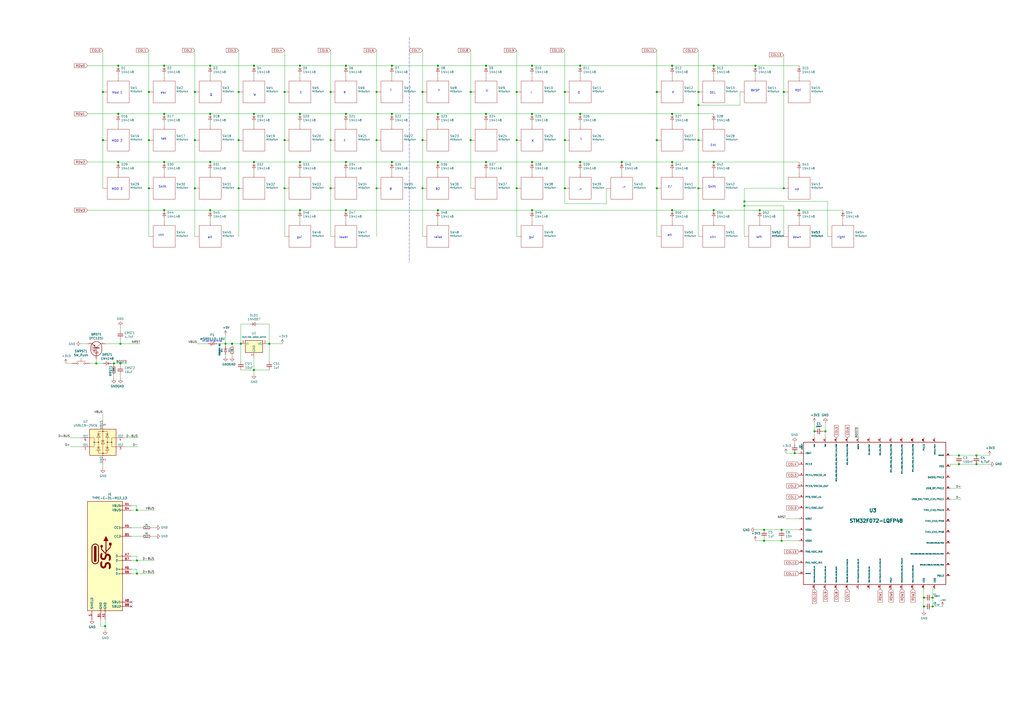
<source format=kicad_sch>
(kicad_sch (version 20210126) (generator eeschema)
  (paper "A2")
  (junction (at 55.88 210.82) (diameter 1.016))
  (junction (at 59.69 53.34) (diameter 1.016))
  (junction (at 59.69 81.28) (diameter 1.016))
  (junction (at 60.96 363.22) (diameter 1.016))
  (junction (at 66.04 210.82) (diameter 1.016))
  (junction (at 68.58 38.1) (diameter 1.016))
  (junction (at 68.58 66.04) (diameter 1.016))
  (junction (at 68.58 93.98) (diameter 1.016))
  (junction (at 69.85 199.39) (diameter 1.016))
  (junction (at 69.85 210.82) (diameter 1.016))
  (junction (at 79.375 295.91) (diameter 1.016))
  (junction (at 79.375 325.12) (diameter 1.016))
  (junction (at 79.375 332.74) (diameter 1.016))
  (junction (at 86.36 53.34) (diameter 1.016))
  (junction (at 86.36 81.28) (diameter 1.016))
  (junction (at 86.36 109.22) (diameter 1.016))
  (junction (at 95.25 38.1) (diameter 1.016))
  (junction (at 95.25 66.04) (diameter 1.016))
  (junction (at 95.25 93.98) (diameter 1.016))
  (junction (at 95.25 121.92) (diameter 1.016))
  (junction (at 113.03 53.34) (diameter 1.016))
  (junction (at 113.03 81.28) (diameter 1.016))
  (junction (at 113.03 109.22) (diameter 1.016))
  (junction (at 121.92 38.1) (diameter 1.016))
  (junction (at 121.92 66.04) (diameter 1.016))
  (junction (at 121.92 93.98) (diameter 1.016))
  (junction (at 121.92 121.92) (diameter 1.016))
  (junction (at 130.81 199.39) (diameter 1.016))
  (junction (at 134.62 199.39) (diameter 1.016))
  (junction (at 138.43 53.34) (diameter 1.016))
  (junction (at 138.43 81.28) (diameter 1.016))
  (junction (at 138.43 109.22) (diameter 1.016))
  (junction (at 139.7 199.39) (diameter 1.016))
  (junction (at 147.32 38.1) (diameter 1.016))
  (junction (at 147.32 66.04) (diameter 1.016))
  (junction (at 147.32 93.98) (diameter 1.016))
  (junction (at 147.32 214.63) (diameter 1.016))
  (junction (at 156.21 199.39) (diameter 1.016))
  (junction (at 165.1 53.34) (diameter 1.016))
  (junction (at 165.1 81.28) (diameter 1.016))
  (junction (at 165.1 109.22) (diameter 1.016))
  (junction (at 173.99 38.1) (diameter 1.016))
  (junction (at 173.99 66.04) (diameter 1.016))
  (junction (at 173.99 93.98) (diameter 1.016))
  (junction (at 173.99 121.92) (diameter 1.016))
  (junction (at 191.77 53.34) (diameter 1.016))
  (junction (at 191.77 81.28) (diameter 1.016))
  (junction (at 191.77 109.22) (diameter 1.016))
  (junction (at 200.66 38.1) (diameter 1.016))
  (junction (at 200.66 66.04) (diameter 1.016))
  (junction (at 200.66 93.98) (diameter 1.016))
  (junction (at 200.66 121.92) (diameter 1.016))
  (junction (at 218.44 53.34) (diameter 1.016))
  (junction (at 218.44 81.28) (diameter 1.016))
  (junction (at 218.44 109.22) (diameter 1.016))
  (junction (at 227.33 38.1) (diameter 1.016))
  (junction (at 227.33 66.04) (diameter 1.016))
  (junction (at 227.33 93.98) (diameter 1.016))
  (junction (at 245.11 53.34) (diameter 1.016))
  (junction (at 245.11 81.28) (diameter 1.016))
  (junction (at 245.11 109.22) (diameter 1.016))
  (junction (at 254 38.1) (diameter 1.016))
  (junction (at 254 66.04) (diameter 1.016))
  (junction (at 254 93.98) (diameter 1.016))
  (junction (at 254 121.92) (diameter 1.016))
  (junction (at 273.05 53.34) (diameter 1.016))
  (junction (at 273.05 81.28) (diameter 1.016))
  (junction (at 281.94 38.1) (diameter 1.016))
  (junction (at 281.94 66.04) (diameter 1.016))
  (junction (at 281.94 93.98) (diameter 1.016))
  (junction (at 299.72 53.34) (diameter 1.016))
  (junction (at 299.72 81.28) (diameter 1.016))
  (junction (at 299.72 109.22) (diameter 1.016))
  (junction (at 308.61 38.1) (diameter 1.016))
  (junction (at 308.61 66.04) (diameter 1.016))
  (junction (at 308.61 93.98) (diameter 1.016))
  (junction (at 308.61 121.92) (diameter 1.016))
  (junction (at 327.66 53.34) (diameter 1.016))
  (junction (at 327.66 81.28) (diameter 1.016))
  (junction (at 327.66 109.22) (diameter 1.016))
  (junction (at 336.55 38.1) (diameter 1.016))
  (junction (at 336.55 66.04) (diameter 1.016))
  (junction (at 336.55 93.98) (diameter 1.016))
  (junction (at 360.68 93.98) (diameter 1.016))
  (junction (at 381 53.34) (diameter 1.016))
  (junction (at 381 81.28) (diameter 1.016))
  (junction (at 381 109.22) (diameter 1.016))
  (junction (at 389.89 38.1) (diameter 1.016))
  (junction (at 389.89 66.04) (diameter 1.016))
  (junction (at 389.89 93.98) (diameter 1.016))
  (junction (at 389.89 121.92) (diameter 1.016))
  (junction (at 405.13 53.34) (diameter 1.016))
  (junction (at 405.13 60.96) (diameter 1.016))
  (junction (at 405.13 81.28) (diameter 1.016))
  (junction (at 405.13 109.22) (diameter 1.016))
  (junction (at 414.02 38.1) (diameter 1.016))
  (junction (at 414.02 93.98) (diameter 1.016))
  (junction (at 414.02 121.92) (diameter 1.016))
  (junction (at 431.8 116.84) (diameter 1.016))
  (junction (at 431.8 119.38) (diameter 1.016))
  (junction (at 438.15 38.1) (diameter 1.016))
  (junction (at 440.69 121.92) (diameter 1.016))
  (junction (at 443.23 307.34) (diameter 1.016))
  (junction (at 443.23 313.69) (diameter 1.016))
  (junction (at 453.39 307.34) (diameter 1.016))
  (junction (at 453.39 313.69) (diameter 1.016))
  (junction (at 454.66 53.34) (diameter 1.016))
  (junction (at 454.66 109.22) (diameter 1.016))
  (junction (at 461.01 262.89) (diameter 1.016))
  (junction (at 463.55 121.92) (diameter 1.016))
  (junction (at 472.44 250.19) (diameter 1.016))
  (junction (at 478.79 250.19) (diameter 1.016))
  (junction (at 535.94 346.71) (diameter 1.016))
  (junction (at 535.94 351.79) (diameter 1.016))
  (junction (at 541.02 346.71) (diameter 1.016))
  (junction (at 541.02 351.79) (diameter 1.016))
  (junction (at 556.26 264.16) (diameter 1.016))
  (junction (at 556.26 269.24) (diameter 1.016))
  (junction (at 566.42 264.16) (diameter 1.016))
  (junction (at 566.42 269.24) (diameter 1.016))
  (no_connect (at 76.2 349.25))
  (no_connect (at 76.2 351.79))
  (wire (pts (xy 38.1 210.82) (xy 41.91 210.82)))
  (wire (pts (xy 40.64 254) (xy 46.99 254)))
  (wire (pts (xy 40.64 259.08) (xy 46.99 259.08)))
  (wire (pts (xy 46.99 199.39) (xy 50.8 199.39)))
  (wire (pts (xy 50.8 38.1) (xy 68.58 38.1)))
  (wire (pts (xy 50.8 66.04) (xy 68.58 66.04)))
  (wire (pts (xy 50.8 93.98) (xy 68.58 93.98)))
  (wire (pts (xy 50.8 121.92) (xy 95.25 121.92)))
  (wire (pts (xy 52.07 210.82) (xy 55.88 210.82)))
  (wire (pts (xy 55.88 210.82) (xy 55.88 208.28)))
  (wire (pts (xy 55.88 210.82) (xy 59.69 210.82)))
  (wire (pts (xy 58.42 359.41) (xy 58.42 363.22)))
  (wire (pts (xy 58.42 363.22) (xy 60.96 363.22)))
  (wire (pts (xy 59.69 29.21) (xy 59.69 53.34)))
  (wire (pts (xy 59.69 53.34) (xy 59.69 81.28)))
  (wire (pts (xy 59.69 81.28) (xy 59.69 109.22)))
  (wire (pts (xy 59.69 240.03) (xy 59.69 243.84)))
  (wire (pts (xy 59.69 269.24) (xy 59.69 271.78)))
  (wire (pts (xy 60.96 199.39) (xy 69.85 199.39)))
  (wire (pts (xy 60.96 359.41) (xy 60.96 363.22)))
  (wire (pts (xy 60.96 363.22) (xy 60.96 365.76)))
  (wire (pts (xy 64.77 210.82) (xy 66.04 210.82)))
  (wire (pts (xy 66.04 210.82) (xy 66.04 212.09)))
  (wire (pts (xy 66.04 210.82) (xy 69.85 210.82)))
  (wire (pts (xy 66.04 217.17) (xy 66.04 219.71)))
  (wire (pts (xy 68.58 38.1) (xy 95.25 38.1)))
  (wire (pts (xy 68.58 43.18) (xy 68.58 44.45)))
  (wire (pts (xy 68.58 66.04) (xy 95.25 66.04)))
  (wire (pts (xy 68.58 71.12) (xy 68.58 72.39)))
  (wire (pts (xy 68.58 93.98) (xy 95.25 93.98)))
  (wire (pts (xy 68.58 99.06) (xy 68.58 100.33)))
  (wire (pts (xy 69.85 189.23) (xy 69.85 191.77)))
  (wire (pts (xy 69.85 196.85) (xy 69.85 199.39)))
  (wire (pts (xy 69.85 199.39) (xy 81.28 199.39)))
  (wire (pts (xy 69.85 210.82) (xy 69.85 212.09)))
  (wire (pts (xy 69.85 210.82) (xy 73.66 210.82)))
  (wire (pts (xy 69.85 217.17) (xy 69.85 219.71)))
  (wire (pts (xy 72.39 254) (xy 80.01 254)))
  (wire (pts (xy 72.39 259.08) (xy 80.01 259.08)))
  (wire (pts (xy 76.2 293.37) (xy 79.375 293.37)))
  (wire (pts (xy 76.2 295.91) (xy 79.375 295.91)))
  (wire (pts (xy 76.2 306.07) (xy 82.55 306.07)))
  (wire (pts (xy 76.2 311.15) (xy 82.55 311.15)))
  (wire (pts (xy 76.2 322.58) (xy 79.375 322.58)))
  (wire (pts (xy 76.2 325.12) (xy 79.375 325.12)))
  (wire (pts (xy 76.2 330.2) (xy 79.375 330.2)))
  (wire (pts (xy 76.2 332.74) (xy 79.375 332.74)))
  (wire (pts (xy 79.375 293.37) (xy 79.375 295.91)))
  (wire (pts (xy 79.375 295.91) (xy 89.535 295.91)))
  (wire (pts (xy 79.375 322.58) (xy 79.375 325.12)))
  (wire (pts (xy 79.375 325.12) (xy 89.535 325.12)))
  (wire (pts (xy 79.375 330.2) (xy 79.375 332.74)))
  (wire (pts (xy 79.375 332.74) (xy 89.535 332.74)))
  (wire (pts (xy 86.36 29.21) (xy 86.36 53.34)))
  (wire (pts (xy 86.36 53.34) (xy 86.36 81.28)))
  (wire (pts (xy 86.36 81.28) (xy 86.36 109.22)))
  (wire (pts (xy 86.36 109.22) (xy 86.36 137.16)))
  (wire (pts (xy 87.63 306.07) (xy 90.17 306.07)))
  (wire (pts (xy 87.63 311.15) (xy 90.17 311.15)))
  (wire (pts (xy 95.25 38.1) (xy 121.92 38.1)))
  (wire (pts (xy 95.25 43.18) (xy 95.25 44.45)))
  (wire (pts (xy 95.25 66.04) (xy 121.92 66.04)))
  (wire (pts (xy 95.25 71.12) (xy 95.25 72.39)))
  (wire (pts (xy 95.25 93.98) (xy 121.92 93.98)))
  (wire (pts (xy 95.25 99.06) (xy 95.25 100.33)))
  (wire (pts (xy 95.25 121.92) (xy 121.92 121.92)))
  (wire (pts (xy 95.25 127) (xy 95.25 128.27)))
  (wire (pts (xy 113.03 29.21) (xy 113.03 53.34)))
  (wire (pts (xy 113.03 53.34) (xy 113.03 81.28)))
  (wire (pts (xy 113.03 81.28) (xy 113.03 109.22)))
  (wire (pts (xy 113.03 109.22) (xy 113.03 137.16)))
  (wire (pts (xy 114.3 199.39) (xy 120.65 199.39)))
  (wire (pts (xy 121.92 38.1) (xy 147.32 38.1)))
  (wire (pts (xy 121.92 43.18) (xy 121.92 44.45)))
  (wire (pts (xy 121.92 66.04) (xy 147.32 66.04)))
  (wire (pts (xy 121.92 71.12) (xy 121.92 72.39)))
  (wire (pts (xy 121.92 93.98) (xy 147.32 93.98)))
  (wire (pts (xy 121.92 99.06) (xy 121.92 100.33)))
  (wire (pts (xy 121.92 121.92) (xy 173.99 121.92)))
  (wire (pts (xy 121.92 127) (xy 121.92 128.27)))
  (wire (pts (xy 125.73 199.39) (xy 130.81 199.39)))
  (wire (pts (xy 130.81 194.31) (xy 130.81 199.39)))
  (wire (pts (xy 130.81 199.39) (xy 130.81 200.66)))
  (wire (pts (xy 130.81 199.39) (xy 134.62 199.39)))
  (wire (pts (xy 130.81 205.74) (xy 130.81 207.01)))
  (wire (pts (xy 134.62 199.39) (xy 134.62 200.66)))
  (wire (pts (xy 134.62 199.39) (xy 139.7 199.39)))
  (wire (pts (xy 134.62 205.74) (xy 134.62 207.01)))
  (wire (pts (xy 138.43 29.21) (xy 138.43 53.34)))
  (wire (pts (xy 138.43 53.34) (xy 138.43 81.28)))
  (wire (pts (xy 138.43 81.28) (xy 138.43 109.22)))
  (wire (pts (xy 138.43 109.22) (xy 138.43 137.16)))
  (wire (pts (xy 139.7 187.96) (xy 139.7 199.39)))
  (wire (pts (xy 139.7 199.39) (xy 139.7 209.55)))
  (wire (pts (xy 139.7 214.63) (xy 147.32 214.63)))
  (wire (pts (xy 144.78 187.96) (xy 139.7 187.96)))
  (wire (pts (xy 147.32 38.1) (xy 173.99 38.1)))
  (wire (pts (xy 147.32 43.18) (xy 147.32 44.45)))
  (wire (pts (xy 147.32 66.04) (xy 173.99 66.04)))
  (wire (pts (xy 147.32 71.12) (xy 147.32 72.39)))
  (wire (pts (xy 147.32 93.98) (xy 173.99 93.98)))
  (wire (pts (xy 147.32 99.06) (xy 147.32 100.33)))
  (wire (pts (xy 147.32 214.63) (xy 147.32 207.01)))
  (wire (pts (xy 147.32 214.63) (xy 147.32 217.17)))
  (wire (pts (xy 147.32 214.63) (xy 156.21 214.63)))
  (wire (pts (xy 149.86 187.96) (xy 156.21 187.96)))
  (wire (pts (xy 154.94 199.39) (xy 156.21 199.39)))
  (wire (pts (xy 156.21 187.96) (xy 156.21 199.39)))
  (wire (pts (xy 156.21 199.39) (xy 156.21 209.55)))
  (wire (pts (xy 156.21 199.39) (xy 163.83 199.39)))
  (wire (pts (xy 165.1 29.21) (xy 165.1 53.34)))
  (wire (pts (xy 165.1 53.34) (xy 165.1 81.28)))
  (wire (pts (xy 165.1 81.28) (xy 165.1 109.22)))
  (wire (pts (xy 165.1 109.22) (xy 165.1 137.16)))
  (wire (pts (xy 173.99 38.1) (xy 200.66 38.1)))
  (wire (pts (xy 173.99 43.18) (xy 173.99 44.45)))
  (wire (pts (xy 173.99 66.04) (xy 200.66 66.04)))
  (wire (pts (xy 173.99 71.12) (xy 173.99 72.39)))
  (wire (pts (xy 173.99 93.98) (xy 200.66 93.98)))
  (wire (pts (xy 173.99 99.06) (xy 173.99 100.33)))
  (wire (pts (xy 173.99 121.92) (xy 200.66 121.92)))
  (wire (pts (xy 173.99 127) (xy 173.99 128.27)))
  (wire (pts (xy 191.77 29.21) (xy 191.77 53.34)))
  (wire (pts (xy 191.77 53.34) (xy 191.77 81.28)))
  (wire (pts (xy 191.77 81.28) (xy 191.77 109.22)))
  (wire (pts (xy 191.77 109.22) (xy 191.77 137.16)))
  (wire (pts (xy 200.66 38.1) (xy 227.33 38.1)))
  (wire (pts (xy 200.66 43.18) (xy 200.66 44.45)))
  (wire (pts (xy 200.66 66.04) (xy 227.33 66.04)))
  (wire (pts (xy 200.66 71.12) (xy 200.66 72.39)))
  (wire (pts (xy 200.66 93.98) (xy 227.33 93.98)))
  (wire (pts (xy 200.66 99.06) (xy 200.66 100.33)))
  (wire (pts (xy 200.66 121.92) (xy 254 121.92)))
  (wire (pts (xy 200.66 127) (xy 200.66 128.27)))
  (wire (pts (xy 218.44 29.21) (xy 218.44 53.34)))
  (wire (pts (xy 218.44 53.34) (xy 218.44 81.28)))
  (wire (pts (xy 218.44 81.28) (xy 218.44 109.22)))
  (wire (pts (xy 218.44 109.22) (xy 218.44 137.16)))
  (wire (pts (xy 227.33 38.1) (xy 254 38.1)))
  (wire (pts (xy 227.33 43.18) (xy 227.33 44.45)))
  (wire (pts (xy 227.33 66.04) (xy 254 66.04)))
  (wire (pts (xy 227.33 71.12) (xy 227.33 72.39)))
  (wire (pts (xy 227.33 93.98) (xy 254 93.98)))
  (wire (pts (xy 227.33 99.06) (xy 227.33 100.33)))
  (wire (pts (xy 245.11 53.34) (xy 245.11 29.21)))
  (wire (pts (xy 245.11 53.34) (xy 245.11 81.28)))
  (wire (pts (xy 245.11 81.28) (xy 245.11 109.22)))
  (wire (pts (xy 245.11 109.22) (xy 245.11 137.16)))
  (wire (pts (xy 254 38.1) (xy 281.94 38.1)))
  (wire (pts (xy 254 43.18) (xy 254 44.45)))
  (wire (pts (xy 254 66.04) (xy 281.94 66.04)))
  (wire (pts (xy 254 71.12) (xy 254 72.39)))
  (wire (pts (xy 254 93.98) (xy 281.94 93.98)))
  (wire (pts (xy 254 99.06) (xy 254 100.33)))
  (wire (pts (xy 254 121.92) (xy 308.61 121.92)))
  (wire (pts (xy 254 127) (xy 254 128.27)))
  (wire (pts (xy 273.05 29.21) (xy 273.05 53.34)))
  (wire (pts (xy 273.05 53.34) (xy 273.05 81.28)))
  (wire (pts (xy 273.05 81.28) (xy 273.05 109.22)))
  (wire (pts (xy 281.94 38.1) (xy 308.61 38.1)))
  (wire (pts (xy 281.94 43.18) (xy 281.94 44.45)))
  (wire (pts (xy 281.94 66.04) (xy 308.61 66.04)))
  (wire (pts (xy 281.94 71.12) (xy 281.94 72.39)))
  (wire (pts (xy 281.94 93.98) (xy 308.61 93.98)))
  (wire (pts (xy 281.94 99.06) (xy 281.94 100.33)))
  (wire (pts (xy 299.72 29.21) (xy 299.72 53.34)))
  (wire (pts (xy 299.72 53.34) (xy 299.72 81.28)))
  (wire (pts (xy 299.72 81.28) (xy 299.72 109.22)))
  (wire (pts (xy 299.72 109.22) (xy 299.72 137.16)))
  (wire (pts (xy 308.61 38.1) (xy 336.55 38.1)))
  (wire (pts (xy 308.61 43.18) (xy 308.61 44.45)))
  (wire (pts (xy 308.61 66.04) (xy 336.55 66.04)))
  (wire (pts (xy 308.61 71.12) (xy 308.61 72.39)))
  (wire (pts (xy 308.61 93.98) (xy 336.55 93.98)))
  (wire (pts (xy 308.61 99.06) (xy 308.61 100.33)))
  (wire (pts (xy 308.61 121.92) (xy 389.89 121.92)))
  (wire (pts (xy 308.61 127) (xy 308.61 128.27)))
  (wire (pts (xy 327.66 29.21) (xy 327.66 53.34)))
  (wire (pts (xy 327.66 53.34) (xy 327.66 81.28)))
  (wire (pts (xy 327.66 81.28) (xy 327.66 109.22)))
  (wire (pts (xy 327.66 109.22) (xy 327.66 118.11)))
  (wire (pts (xy 336.55 38.1) (xy 389.89 38.1)))
  (wire (pts (xy 336.55 43.18) (xy 336.55 44.45)))
  (wire (pts (xy 336.55 66.04) (xy 389.89 66.04)))
  (wire (pts (xy 336.55 71.12) (xy 336.55 72.39)))
  (wire (pts (xy 336.55 93.98) (xy 360.68 93.98)))
  (wire (pts (xy 336.55 99.06) (xy 336.55 100.33)))
  (wire (pts (xy 351.79 109.22) (xy 351.79 118.11)))
  (wire (pts (xy 351.79 118.11) (xy 327.66 118.11)))
  (wire (pts (xy 360.68 93.98) (xy 389.89 93.98)))
  (wire (pts (xy 360.68 99.06) (xy 360.68 100.33)))
  (wire (pts (xy 381 29.21) (xy 381 53.34)))
  (wire (pts (xy 381 53.34) (xy 381 81.28)))
  (wire (pts (xy 381 81.28) (xy 381 109.22)))
  (wire (pts (xy 381 109.22) (xy 381 137.16)))
  (wire (pts (xy 389.89 38.1) (xy 414.02 38.1)))
  (wire (pts (xy 389.89 43.18) (xy 389.89 44.45)))
  (wire (pts (xy 389.89 66.04) (xy 414.02 66.04)))
  (wire (pts (xy 389.89 71.12) (xy 389.89 72.39)))
  (wire (pts (xy 389.89 93.98) (xy 414.02 93.98)))
  (wire (pts (xy 389.89 99.06) (xy 389.89 100.33)))
  (wire (pts (xy 389.89 121.92) (xy 414.02 121.92)))
  (wire (pts (xy 389.89 127) (xy 389.89 128.27)))
  (wire (pts (xy 405.13 29.21) (xy 405.13 53.34)))
  (wire (pts (xy 405.13 53.34) (xy 405.13 60.96)))
  (wire (pts (xy 405.13 60.96) (xy 405.13 81.28)))
  (wire (pts (xy 405.13 81.28) (xy 405.13 109.22)))
  (wire (pts (xy 405.13 109.22) (xy 405.13 137.16)))
  (wire (pts (xy 414.02 38.1) (xy 438.15 38.1)))
  (wire (pts (xy 414.02 43.18) (xy 414.02 44.45)))
  (wire (pts (xy 414.02 71.12) (xy 414.02 72.39)))
  (wire (pts (xy 414.02 93.98) (xy 463.55 93.98)))
  (wire (pts (xy 414.02 99.06) (xy 414.02 100.33)))
  (wire (pts (xy 414.02 121.92) (xy 440.69 121.92)))
  (wire (pts (xy 414.02 127) (xy 414.02 128.27)))
  (wire (pts (xy 429.26 53.34) (xy 429.26 60.96)))
  (wire (pts (xy 429.26 60.96) (xy 405.13 60.96)))
  (wire (pts (xy 431.8 109.22) (xy 431.8 116.84)))
  (wire (pts (xy 431.8 116.84) (xy 431.8 119.38)))
  (wire (pts (xy 431.8 119.38) (xy 431.8 137.16)))
  (wire (pts (xy 438.15 38.1) (xy 463.55 38.1)))
  (wire (pts (xy 438.15 43.18) (xy 438.15 44.45)))
  (wire (pts (xy 438.15 307.34) (xy 443.23 307.34)))
  (wire (pts (xy 438.15 313.69) (xy 443.23 313.69)))
  (wire (pts (xy 440.69 121.92) (xy 463.55 121.92)))
  (wire (pts (xy 440.69 127) (xy 440.69 128.27)))
  (wire (pts (xy 443.23 307.34) (xy 453.39 307.34)))
  (wire (pts (xy 443.23 313.69) (xy 443.23 312.42)))
  (wire (pts (xy 453.39 307.34) (xy 463.55 307.34)))
  (wire (pts (xy 453.39 312.42) (xy 453.39 313.69)))
  (wire (pts (xy 453.39 313.69) (xy 443.23 313.69)))
  (wire (pts (xy 454.66 31.75) (xy 454.66 53.34)))
  (wire (pts (xy 454.66 53.34) (xy 454.66 109.22)))
  (wire (pts (xy 454.66 109.22) (xy 431.8 109.22)))
  (wire (pts (xy 454.66 119.38) (xy 431.8 119.38)))
  (wire (pts (xy 454.66 137.16) (xy 454.66 119.38)))
  (wire (pts (xy 455.93 262.89) (xy 461.01 262.89)))
  (wire (pts (xy 455.93 300.99) (xy 463.55 300.99)))
  (wire (pts (xy 461.01 256.54) (xy 461.01 257.81)))
  (wire (pts (xy 461.01 262.89) (xy 463.55 262.89)))
  (wire (pts (xy 463.55 43.18) (xy 463.55 44.45)))
  (wire (pts (xy 463.55 99.06) (xy 463.55 100.33)))
  (wire (pts (xy 463.55 121.92) (xy 488.95 121.92)))
  (wire (pts (xy 463.55 127) (xy 463.55 128.27)))
  (wire (pts (xy 463.55 313.69) (xy 453.39 313.69)))
  (wire (pts (xy 472.44 245.11) (xy 472.44 250.19)))
  (wire (pts (xy 472.44 250.19) (xy 472.44 254)))
  (wire (pts (xy 478.79 245.11) (xy 478.79 250.19)))
  (wire (pts (xy 478.79 250.19) (xy 477.52 250.19)))
  (wire (pts (xy 478.79 254) (xy 478.79 250.19)))
  (wire (pts (xy 480.06 116.84) (xy 431.8 116.84)))
  (wire (pts (xy 480.06 137.16) (xy 480.06 116.84)))
  (wire (pts (xy 488.95 127) (xy 488.95 128.27)))
  (wire (pts (xy 497.84 247.65) (xy 497.84 254)))
  (wire (pts (xy 535.94 341.63) (xy 535.94 346.71)))
  (wire (pts (xy 535.94 346.71) (xy 535.94 351.79)))
  (wire (pts (xy 535.94 351.79) (xy 535.94 354.33)))
  (wire (pts (xy 541.02 341.63) (xy 541.02 346.71)))
  (wire (pts (xy 541.02 346.71) (xy 541.02 351.79)))
  (wire (pts (xy 541.02 351.79) (xy 546.735 351.79)))
  (wire (pts (xy 542.29 341.63) (xy 541.02 341.63)))
  (wire (pts (xy 551.18 264.16) (xy 556.26 264.16)))
  (wire (pts (xy 551.18 269.24) (xy 556.26 269.24)))
  (wire (pts (xy 551.18 270.51) (xy 551.18 269.24)))
  (wire (pts (xy 551.18 283.21) (xy 557.53 283.21)))
  (wire (pts (xy 551.18 289.56) (xy 557.53 289.56)))
  (wire (pts (xy 556.26 264.16) (xy 566.42 264.16)))
  (wire (pts (xy 556.26 269.24) (xy 566.42 269.24)))
  (wire (pts (xy 566.42 264.16) (xy 574.04 264.16)))
  (wire (pts (xy 566.42 269.24) (xy 574.04 269.24)))
  (polyline (pts (xy 237.49 21.59) (xy 237.49 152.4)) (stroke (width 0) (type dash)))
  (text "Mod 1\n" (at 71.12 54.61 180) (effects (font (size 1.27 1.27)) (justify right bottom)))
  (text "MOD 2\n" (at 71.12 82.55 180) (effects (font (size 1.27 1.27)) (justify right bottom)))
  (text "MOD 3" (at 71.12 110.49 180) (effects (font (size 1.27 1.27)) (justify right bottom)))
  (text "ctrl" (at 95.25 137.16 180) (effects (font (size 1.27 1.27)) (justify right bottom)))
  (text "esc\n" (at 96.52 54.61 180) (effects (font (size 1.27 1.27)) (justify right bottom)))
  (text "tab\n" (at 96.52 81.28 180) (effects (font (size 1.27 1.27)) (justify right bottom)))
  (text "Shift" (at 96.52 109.22 180) (effects (font (size 1.27 1.27)) (justify right bottom)))
  (text "Q\n" (at 123.19 55.88 180) (effects (font (size 1.27 1.27)) (justify right bottom)))
  (text "alt" (at 123.19 138.43 180) (effects (font (size 1.27 1.27)) (justify right bottom)))
  (text "1.1A hold, 2.2A trip PTC fuse\n" (at 128.8796 198.2978 180) (effects (font (size 0.508 0.508)) (justify right bottom)))
  (text "W" (at 148.59 55.88 180) (effects (font (size 1.27 1.27)) (justify right bottom)))
  (text "E" (at 175.26 54.61 180) (effects (font (size 1.27 1.27)) (justify right bottom)))
  (text "gui" (at 175.26 138.43 180) (effects (font (size 1.27 1.27)) (justify right bottom)))
  (text "R\n" (at 200.66 54.61 180) (effects (font (size 1.27 1.27)) (justify right bottom)))
  (text "F" (at 200.66 82.55 180) (effects (font (size 1.27 1.27)) (justify right bottom)))
  (text "lower" (at 201.93 138.43 180) (effects (font (size 1.27 1.27)) (justify right bottom)))
  (text "T" (at 227.33 53.34 180) (effects (font (size 1.27 1.27)) (justify right bottom)))
  (text "B" (at 227.33 110.49 180) (effects (font (size 1.27 1.27)) (justify right bottom)))
  (text "Y\n" (at 255.27 53.34 180) (effects (font (size 1.27 1.27)) (justify right bottom)))
  (text "B2" (at 255.27 110.49 180) (effects (font (size 1.27 1.27)) (justify right bottom)))
  (text "raise" (at 256.54 138.43 180) (effects (font (size 1.27 1.27)) (justify right bottom)))
  (text "U" (at 283.21 53.34 180) (effects (font (size 1.27 1.27)) (justify right bottom)))
  (text "I" (at 308.61 54.61 180) (effects (font (size 1.27 1.27)) (justify right bottom)))
  (text "K" (at 309.88 82.55 180) (effects (font (size 1.27 1.27)) (justify right bottom)))
  (text "gui" (at 309.88 138.43 180) (effects (font (size 1.27 1.27)) (justify right bottom)))
  (text "O" (at 336.55 54.61 180) (effects (font (size 1.27 1.27)) (justify right bottom)))
  (text "L" (at 337.82 81.28 180) (effects (font (size 1.27 1.27)) (justify right bottom)))
  (text ",<" (at 337.82 110.49 180) (effects (font (size 1.27 1.27)) (justify right bottom)))
  (text ".>" (at 363.22 109.22 180) (effects (font (size 1.27 1.27)) (justify right bottom)))
  (text "?/" (at 389.89 109.22 180) (effects (font (size 1.27 1.27)) (justify right bottom)))
  (text "atl" (at 389.89 137.16 180) (effects (font (size 1.27 1.27)) (justify right bottom)))
  (text "P" (at 391.16 54.61 180) (effects (font (size 1.27 1.27)) (justify right bottom)))
  (text "DEL" (at 415.29 54.61 180) (effects (font (size 1.27 1.27)) (justify right bottom)))
  (text "Ent" (at 415.29 85.09 180) (effects (font (size 1.27 1.27)) (justify right bottom)))
  (text "Shift\n" (at 415.29 109.22 180) (effects (font (size 1.27 1.27)) (justify right bottom)))
  (text "ctrl" (at 415.29 138.43 180) (effects (font (size 1.27 1.27)) (justify right bottom)))
  (text "BKSP\n" (at 440.69 53.34 180) (effects (font (size 1.27 1.27)) (justify right bottom)))
  (text "left" (at 441.96 138.43 180) (effects (font (size 1.27 1.27)) (justify right bottom)))
  (text "up" (at 463.55 110.49 180) (effects (font (size 1.27 1.27)) (justify right bottom)))
  (text "ROT\n" (at 464.82 53.34 180) (effects (font (size 1.27 1.27)) (justify right bottom)))
  (text "down" (at 464.82 138.43 180) (effects (font (size 1.27 1.27)) (justify right bottom)))
  (text "right" (at 490.22 138.43 180) (effects (font (size 1.27 1.27)) (justify right bottom)))
  (label "D+BUS" (at 40.64 254 180))
  (label "D+" (at 40.64 259.08 180))
  (label "VBUS" (at 59.69 240.03 180))
  (label "BOOT0" (at 73.66 210.82 180))
  (label "D-BUS" (at 80.01 254 180))
  (label "D-" (at 80.01 259.08 180))
  (label "NRST" (at 81.28 199.39 180))
  (label "VBUS" (at 89.535 295.91 180))
  (label "D-BUS" (at 89.535 325.12 180))
  (label "D+BUS" (at 89.535 332.74 180))
  (label "VBUS" (at 114.3 199.39 180))
  (label "NRST" (at 455.93 300.99 180))
  (label "BOOT0" (at 497.84 247.65 270))
  (label "D+" (at 557.53 283.21 180))
  (label "D-" (at 557.53 289.56 180))
  (global_label "ROW0" (shape input) (at 50.8 38.1 180) (property "Intersheet References" "${INTERSHEET_REFS}" (effects hide)))
  (global_label "ROW1" (shape input) (at 50.8 66.04 180) (property "Intersheet References" "${INTERSHEET_REFS}" (effects hide)))
  (global_label "ROW2" (shape input) (at 50.8 93.98 180) (property "Intersheet References" "${INTERSHEET_REFS}" (effects hide)))
  (global_label "ROW3" (shape input) (at 50.8 121.92 180) (property "Intersheet References" "${INTERSHEET_REFS}" (effects hide)))
  (global_label "COL0" (shape input) (at 59.69 29.21 180) (property "Intersheet References" "${INTERSHEET_REFS}" (effects hide)))
  (global_label "COL1" (shape input) (at 86.36 29.21 180) (property "Intersheet References" "${INTERSHEET_REFS}" (effects hide)))
  (global_label "COL2" (shape input) (at 113.03 29.21 180) (property "Intersheet References" "${INTERSHEET_REFS}" (effects hide)))
  (global_label "COL3" (shape input) (at 138.43 29.21 180) (property "Intersheet References" "${INTERSHEET_REFS}" (effects hide)))
  (global_label "COL4" (shape input) (at 165.1 29.21 180) (property "Intersheet References" "${INTERSHEET_REFS}" (effects hide)))
  (global_label "COL5" (shape input) (at 191.77 29.21 180) (property "Intersheet References" "${INTERSHEET_REFS}" (effects hide)))
  (global_label "COL6" (shape input) (at 218.44 29.21 180) (property "Intersheet References" "${INTERSHEET_REFS}" (effects hide)))
  (global_label "COL7" (shape input) (at 245.11 29.21 180) (property "Intersheet References" "${INTERSHEET_REFS}" (effects hide)))
  (global_label "COL8" (shape input) (at 273.05 29.21 180) (property "Intersheet References" "${INTERSHEET_REFS}" (effects hide)))
  (global_label "COL9" (shape input) (at 299.72 29.21 180) (property "Intersheet References" "${INTERSHEET_REFS}" (effects hide)))
  (global_label "COL10" (shape input) (at 327.66 29.21 180) (property "Intersheet References" "${INTERSHEET_REFS}" (effects hide)))
  (global_label "COL11" (shape input) (at 381 29.21 180) (property "Intersheet References" "${INTERSHEET_REFS}" (effects hide)))
  (global_label "COL12" (shape input) (at 405.13 29.21 180) (property "Intersheet References" "${INTERSHEET_REFS}" (effects hide)))
  (global_label "COL13" (shape input) (at 454.66 31.75 180) (property "Intersheet References" "${INTERSHEET_REFS}" (effects hide)))
  (global_label "COL4" (shape input) (at 463.55 269.24 180) (property "Intersheet References" "${INTERSHEET_REFS}" (effects hide)))
  (global_label "COL3" (shape input) (at 463.55 275.59 180) (property "Intersheet References" "${INTERSHEET_REFS}" (effects hide)))
  (global_label "COL2" (shape input) (at 463.55 281.94 180) (property "Intersheet References" "${INTERSHEET_REFS}" (effects hide)))
  (global_label "COL1" (shape input) (at 463.55 288.29 180) (property "Intersheet References" "${INTERSHEET_REFS}" (effects hide)))
  (global_label "COL0" (shape input) (at 463.55 294.64 180) (property "Intersheet References" "${INTERSHEET_REFS}" (effects hide)))
  (global_label "COL13" (shape input) (at 463.55 320.04 180) (property "Intersheet References" "${INTERSHEET_REFS}" (effects hide)))
  (global_label "COL12" (shape input) (at 463.55 326.39 180) (property "Intersheet References" "${INTERSHEET_REFS}" (effects hide)))
  (global_label "COL11" (shape input) (at 463.55 332.74 180) (property "Intersheet References" "${INTERSHEET_REFS}" (effects hide)))
  (global_label "COL10" (shape input) (at 472.44 341.63 270) (property "Intersheet References" "${INTERSHEET_REFS}" (effects hide)))
  (global_label "COL9" (shape input) (at 478.79 341.63 270) (property "Intersheet References" "${INTERSHEET_REFS}" (effects hide)))
  (global_label "COL5" (shape input) (at 485.14 254 90) (property "Intersheet References" "${INTERSHEET_REFS}" (effects hide)))
  (global_label "COL8" (shape input) (at 485.14 341.63 270) (property "Intersheet References" "${INTERSHEET_REFS}" (effects hide)))
  (global_label "COL6" (shape input) (at 491.49 254 90) (property "Intersheet References" "${INTERSHEET_REFS}" (effects hide)))
  (global_label "COL7" (shape input) (at 491.49 341.63 270) (property "Intersheet References" "${INTERSHEET_REFS}" (effects hide)))
  (global_label "ROW1" (shape input) (at 510.54 341.63 270) (property "Intersheet References" "${INTERSHEET_REFS}" (effects hide)))
  (global_label "ROW0" (shape input) (at 516.89 341.63 270) (property "Intersheet References" "${INTERSHEET_REFS}" (effects hide)))
  (global_label "ROW3" (shape input) (at 523.24 341.63 270) (property "Intersheet References" "${INTERSHEET_REFS}" (effects hide)))
  (global_label "ROW2" (shape input) (at 529.59 341.63 270) (property "Intersheet References" "${INTERSHEET_REFS}" (effects hide)))
  (symbol (lib_id "power:+3.3V") (at 38.1 210.82 0) (unit 1)
    (property "Reference" "#PWR07" (effects hide))
    (property "Value" "+3.3V" (at 38.4683 206.4956 0))
  )
  (symbol (lib_id "power:+5V") (at 130.81 194.31 0) (unit 1)
    (property "Reference" "#PWR02" (effects hide))
    (property "Value" "+5V" (at 131.1783 189.9856 0))
  )
  (symbol (lib_id "power:+3.3V") (at 163.83 199.39 0) (unit 1)
    (property "Reference" "#PWR04" (effects hide))
    (property "Value" "+3.3V" (at 164.1983 195.0656 0))
  )
  (symbol (lib_id "power:+3.3V") (at 438.15 313.69 0) (unit 1)
    (property "Reference" "#PWR020" (effects hide))
    (property "Value" "+3.3V" (at 438.5183 309.3656 0))
  )
  (symbol (lib_id "power:+3.3V") (at 455.93 262.89 0) (unit 1)
    (property "Reference" "#PWR013" (effects hide))
    (property "Value" "+3.3V" (at 456.2983 258.5656 0))
  )
  (symbol (lib_id "power:+3.3V") (at 472.44 245.11 0) (unit 1)
    (property "Reference" "#PWR010" (effects hide))
    (property "Value" "+3.3V" (at 472.8083 240.7856 0))
  )
  (symbol (lib_id "power:+3.3V") (at 546.735 351.79 0) (unit 1)
    (property "Reference" "#PWR021" (effects hide))
    (property "Value" "+3.3V" (at 547.103 348.101 0) (effects (font (size 0.762 0.762))))
  )
  (symbol (lib_id "power:+3.3V") (at 574.04 264.16 0) (unit 1)
    (property "Reference" "#PWR014" (effects hide))
    (property "Value" "+3.3V" (at 574.4083 259.8356 0))
  )
  (symbol (lib_id "power:GND") (at 46.99 199.39 270) (unit 1)
    (property "Reference" "#PWR03" (effects hide))
    (property "Value" "GND" (at 43.815 199.5043 90) (effects (justify right)))
  )
  (symbol (lib_id "power:GND") (at 53.34 359.41 0) (unit 1)
    (property "Reference" "#PWR0102" (effects hide))
    (property "Value" "GND" (at 53.4543 363.7344 0))
  )
  (symbol (lib_id "power:GND") (at 59.69 271.78 0) (unit 1)
    (property "Reference" "#PWR016" (effects hide))
    (property "Value" "GND" (at 59.8043 276.1044 0))
  )
  (symbol (lib_id "power:GND") (at 60.96 365.76 0) (unit 1)
    (property "Reference" "#PWR023" (effects hide))
    (property "Value" "GND" (at 61.0743 370.0844 0))
  )
  (symbol (lib_id "power:GND") (at 66.04 219.71 0) (unit 1)
    (property "Reference" "#PWR08" (effects hide))
    (property "Value" "GND" (at 66.1543 224.0344 0))
  )
  (symbol (lib_id "power:GND") (at 69.85 189.23 180) (unit 1)
    (property "Reference" "#PWR01" (effects hide))
    (property "Value" "GND" (at 69.7357 184.9056 0))
  )
  (symbol (lib_id "power:GND") (at 69.85 219.71 0) (unit 1)
    (property "Reference" "#PWR09" (effects hide))
    (property "Value" "GND" (at 69.9643 224.0344 0))
  )
  (symbol (lib_id "power:GND") (at 90.17 306.07 90) (unit 1)
    (property "Reference" "#PWR017" (effects hide))
    (property "Value" "GND" (at 93.3451 305.9557 90) (effects (justify right)))
  )
  (symbol (lib_id "power:GND") (at 90.17 311.15 90) (unit 1)
    (property "Reference" "#PWR019" (effects hide))
    (property "Value" "GND" (at 93.3451 311.0357 90) (effects (justify right)))
  )
  (symbol (lib_id "power:GND") (at 130.81 207.01 0) (unit 1)
    (property "Reference" "#PWR05" (effects hide))
    (property "Value" "GND" (at 130.9243 211.3344 0))
  )
  (symbol (lib_id "power:GND") (at 134.62 207.01 0) (unit 1)
    (property "Reference" "#PWR06" (effects hide))
    (property "Value" "GND" (at 134.7343 211.3344 0))
  )
  (symbol (lib_id "power:GND") (at 147.32 217.17 0) (unit 1)
    (property "Reference" "#PWR0101" (effects hide))
    (property "Value" "GND" (at 147.4343 221.4944 0))
  )
  (symbol (lib_id "power:GND") (at 438.15 307.34 270) (unit 1)
    (property "Reference" "#PWR018" (effects hide))
    (property "Value" "GND" (at 434.975 307.4543 90) (effects (justify right)))
  )
  (symbol (lib_id "power:GND") (at 461.01 256.54 180) (unit 1)
    (property "Reference" "#PWR012" (effects hide))
    (property "Value" "GND" (at 460.8957 252.2156 0))
  )
  (symbol (lib_id "power:GND") (at 478.79 245.11 180) (unit 1)
    (property "Reference" "#PWR011" (effects hide))
    (property "Value" "GND" (at 478.6757 240.7856 0))
  )
  (symbol (lib_id "power:GND") (at 535.94 354.33 0) (unit 1)
    (property "Reference" "#PWR022" (effects hide))
    (property "Value" "GND" (at 536.0543 358.6544 0))
  )
  (symbol (lib_id "power:GND") (at 574.04 269.24 90) (unit 1)
    (property "Reference" "#PWR015" (effects hide))
    (property "Value" "GND" (at 577.2151 269.1257 90) (effects (justify right)))
  )
  (symbol (lib_id "Device:R_Small") (at 66.04 214.63 0) (unit 1)
    (property "Reference" "RRST1" (at 64.1097 218.2558 90) (effects (justify left)))
    (property "Value" "100k" (at 66.015 216.033 90) (effects (font (size 0.762 0.762)) (justify left)))
    (property "Footprint" "Resistor_SMD:R_1206_3216Metric" (effects hide))
  )
  (symbol (lib_id "Device:R_Small") (at 85.09 306.07 90) (unit 1)
    (property "Reference" "R1" (at 85.1408 304.425 90) (effects (font (size 0.762 0.762))))
    (property "Value" "5.1k" (at 85.1408 306.1144 90) (effects (font (size 0.762 0.762))))
    (property "Footprint" "Resistor_SMD:R_0402_1005Metric" (effects hide))
  )
  (symbol (lib_id "Device:R_Small") (at 85.09 311.15 90) (unit 1)
    (property "Reference" "R2" (at 85.1408 309.4542 90) (effects (font (size 0.762 0.762))))
    (property "Value" "5.1k" (at 85.1408 311.1944 90) (effects (font (size 0.762 0.762))))
    (property "Footprint" "Resistor_SMD:R_0402_1005Metric" (effects hide))
  )
  (symbol (lib_id "Device:R_Small") (at 134.62 203.2 0) (unit 1)
    (property "Reference" "RF1" (at 133.0456 204.2354 90) (effects (font (size 0.762 0.762)) (justify left)))
    (property "Value" "10k" (at 134.595 204.222 90) (effects (font (size 0.762 0.762)) (justify left)))
    (property "Footprint" "Resistor_SMD:R_1206_3216Metric" (effects hide))
  )
  (symbol (lib_id "Device:D_Small") (at 62.23 210.82 180) (unit 1)
    (property "Reference" "DRST1" (at 62.23 205.721 0))
    (property "Value" "1N4148" (at 62.23 208.0195 0))
    (property "Footprint" "Diode_SMD:D_SOD-123" (effects hide))
  )
  (symbol (lib_id "Device:D_Small") (at 68.58 40.64 270) (unit 1)
    (property "Reference" "D1" (at 70.2311 39.4906 90) (effects (justify left)))
    (property "Value" "1N4148" (at 70.2311 41.7893 90) (effects (justify left)))
    (property "Footprint" "Diode_SMD:D_SOD-123" (effects hide))
  )
  (symbol (lib_id "Device:D_Small") (at 68.58 68.58 270) (unit 1)
    (property "Reference" "D16" (at 70.2311 67.4306 90) (effects (justify left)))
    (property "Value" "1N4148" (at 70.2311 69.7293 90) (effects (justify left)))
    (property "Footprint" "Diode_SMD:D_SOD-123" (effects hide))
  )
  (symbol (lib_id "Device:D_Small") (at 68.58 96.52 270) (unit 1)
    (property "Reference" "D29" (at 70.2311 95.3706 90) (effects (justify left)))
    (property "Value" "1N4148" (at 70.2311 97.6693 90) (effects (justify left)))
    (property "Footprint" "Diode_SMD:D_SOD-123" (effects hide))
  )
  (symbol (lib_id "Device:D_Small") (at 95.25 40.64 270) (unit 1)
    (property "Reference" "D2" (at 96.9011 39.4906 90) (effects (justify left)))
    (property "Value" "1N4148" (at 96.9011 41.7893 90) (effects (justify left)))
    (property "Footprint" "Diode_SMD:D_SOD-123" (effects hide))
  )
  (symbol (lib_id "Device:D_Small") (at 95.25 68.58 270) (unit 1)
    (property "Reference" "D17" (at 96.9011 67.4306 90) (effects (justify left)))
    (property "Value" "1N4148" (at 96.9011 69.7293 90) (effects (justify left)))
    (property "Footprint" "Diode_SMD:D_SOD-123" (effects hide))
  )
  (symbol (lib_id "Device:D_Small") (at 95.25 96.52 270) (unit 1)
    (property "Reference" "D30" (at 96.9011 95.3706 90) (effects (justify left)))
    (property "Value" "1N4148" (at 96.9011 97.6693 90) (effects (justify left)))
    (property "Footprint" "Diode_SMD:D_SOD-123" (effects hide))
  )
  (symbol (lib_id "Device:D_Small") (at 95.25 124.46 270) (unit 1)
    (property "Reference" "D44" (at 96.9011 123.3106 90) (effects (justify left)))
    (property "Value" "1N4148" (at 96.9011 125.6093 90) (effects (justify left)))
    (property "Footprint" "Diode_SMD:D_SOD-123" (effects hide))
  )
  (symbol (lib_id "Device:D_Small") (at 121.92 40.64 270) (unit 1)
    (property "Reference" "D3" (at 123.5711 39.4906 90) (effects (justify left)))
    (property "Value" "1N4148" (at 123.5711 41.7893 90) (effects (justify left)))
    (property "Footprint" "Diode_SMD:D_SOD-123" (effects hide))
  )
  (symbol (lib_id "Device:D_Small") (at 121.92 68.58 270) (unit 1)
    (property "Reference" "D18" (at 123.5711 67.4306 90) (effects (justify left)))
    (property "Value" "1N4148" (at 123.5711 69.7293 90) (effects (justify left)))
    (property "Footprint" "Diode_SMD:D_SOD-123" (effects hide))
  )
  (symbol (lib_id "Device:D_Small") (at 121.92 96.52 270) (unit 1)
    (property "Reference" "D31" (at 123.5711 95.3706 90) (effects (justify left)))
    (property "Value" "1N4148" (at 123.5711 97.6693 90) (effects (justify left)))
    (property "Footprint" "Diode_SMD:D_SOD-123" (effects hide))
  )
  (symbol (lib_id "Device:D_Small") (at 121.92 124.46 270) (unit 1)
    (property "Reference" "D45" (at 123.5711 123.3106 90) (effects (justify left)))
    (property "Value" "1N4148" (at 123.5711 125.6093 90) (effects (justify left)))
    (property "Footprint" "Diode_SMD:D_SOD-123" (effects hide))
  )
  (symbol (lib_id "Device:Polyfuse_Small") (at 123.19 199.39 90) (unit 1)
    (property "Reference" "F1" (at 123.19 194.2908 90))
    (property "Value" "mSMD110-16V" (at 123.19 196.59 90))
    (property "Footprint" "acheron_Components:Fuse_1812_4532" (effects hide))
  )
  (symbol (lib_id "Device:D_Schottky_Small") (at 130.81 203.2 270) (unit 1)
    (property "Reference" "DF1" (at 128.651 202.051 0) (effects (font (size 0.762 0.762)) (justify left)))
    (property "Value" "RB060M-60" (at 127.381 199.269 0) (effects (font (size 0.762 0.762)) (justify left)))
    (property "Footprint" "Diode_SMD:D_SOD-123" (effects hide))
  )
  (symbol (lib_id "Device:D_Small") (at 147.32 40.64 270) (unit 1)
    (property "Reference" "D4" (at 148.9711 39.4906 90) (effects (justify left)))
    (property "Value" "1N4148" (at 148.9711 41.7893 90) (effects (justify left)))
    (property "Footprint" "Diode_SMD:D_SOD-123" (effects hide))
  )
  (symbol (lib_id "Device:D_Small") (at 147.32 68.58 270) (unit 1)
    (property "Reference" "D19" (at 148.9711 67.4306 90) (effects (justify left)))
    (property "Value" "1N4148" (at 148.9711 69.7293 90) (effects (justify left)))
    (property "Footprint" "Diode_SMD:D_SOD-123" (effects hide))
  )
  (symbol (lib_id "Device:D_Small") (at 147.32 96.52 270) (unit 1)
    (property "Reference" "D32" (at 148.9711 95.3706 90) (effects (justify left)))
    (property "Value" "1N4148" (at 148.9711 97.6693 90) (effects (justify left)))
    (property "Footprint" "Diode_SMD:D_SOD-123" (effects hide))
  )
  (symbol (lib_id "Device:D_Small") (at 147.32 187.96 0) (unit 1)
    (property "Reference" "DLD1" (at 147.32 182.8608 0))
    (property "Value" "1N4007" (at 147.32 185.1595 0))
    (property "Footprint" "Diode_SMD:D_SOD-123" (effects hide))
  )
  (symbol (lib_id "Device:D_Small") (at 173.99 40.64 270) (unit 1)
    (property "Reference" "D5" (at 175.6411 39.4906 90) (effects (justify left)))
    (property "Value" "1N4148" (at 175.6411 41.7893 90) (effects (justify left)))
    (property "Footprint" "Diode_SMD:D_SOD-123" (effects hide))
  )
  (symbol (lib_id "Device:D_Small") (at 173.99 68.58 270) (unit 1)
    (property "Reference" "D20" (at 175.6411 67.4306 90) (effects (justify left)))
    (property "Value" "1N4148" (at 175.6411 69.7293 90) (effects (justify left)))
    (property "Footprint" "Diode_SMD:D_SOD-123" (effects hide))
  )
  (symbol (lib_id "Device:D_Small") (at 173.99 96.52 270) (unit 1)
    (property "Reference" "D33" (at 175.6411 95.3706 90) (effects (justify left)))
    (property "Value" "1N4148" (at 175.6411 97.6693 90) (effects (justify left)))
    (property "Footprint" "Diode_SMD:D_SOD-123" (effects hide))
  )
  (symbol (lib_id "Device:D_Small") (at 173.99 124.46 270) (unit 1)
    (property "Reference" "D46" (at 175.6411 123.3106 90) (effects (justify left)))
    (property "Value" "1N4148" (at 175.6411 125.6093 90) (effects (justify left)))
    (property "Footprint" "Diode_SMD:D_SOD-123" (effects hide))
  )
  (symbol (lib_id "Device:D_Small") (at 200.66 40.64 270) (unit 1)
    (property "Reference" "D6" (at 202.3111 39.4906 90) (effects (justify left)))
    (property "Value" "1N4148" (at 202.3111 41.7893 90) (effects (justify left)))
    (property "Footprint" "Diode_SMD:D_SOD-123" (effects hide))
  )
  (symbol (lib_id "Device:D_Small") (at 200.66 68.58 270) (unit 1)
    (property "Reference" "D21" (at 202.3111 67.4306 90) (effects (justify left)))
    (property "Value" "1N4148" (at 202.3111 69.7293 90) (effects (justify left)))
    (property "Footprint" "Diode_SMD:D_SOD-123" (effects hide))
  )
  (symbol (lib_id "Device:D_Small") (at 200.66 96.52 270) (unit 1)
    (property "Reference" "D34" (at 202.3111 95.3706 90) (effects (justify left)))
    (property "Value" "1N4148" (at 202.3111 97.6693 90) (effects (justify left)))
    (property "Footprint" "Diode_SMD:D_SOD-123" (effects hide))
  )
  (symbol (lib_id "Device:D_Small") (at 200.66 124.46 270) (unit 1)
    (property "Reference" "D47" (at 202.3111 123.3106 90) (effects (justify left)))
    (property "Value" "1N4148" (at 202.3111 125.6093 90) (effects (justify left)))
    (property "Footprint" "Diode_SMD:D_SOD-123" (effects hide))
  )
  (symbol (lib_id "Device:D_Small") (at 227.33 40.64 270) (unit 1)
    (property "Reference" "D7" (at 228.9811 39.4906 90) (effects (justify left)))
    (property "Value" "1N4148" (at 228.9811 41.7893 90) (effects (justify left)))
    (property "Footprint" "Diode_SMD:D_SOD-123" (effects hide))
  )
  (symbol (lib_id "Device:D_Small") (at 227.33 68.58 270) (unit 1)
    (property "Reference" "D22" (at 228.9811 67.4306 90) (effects (justify left)))
    (property "Value" "1N4148" (at 228.9811 69.7293 90) (effects (justify left)))
    (property "Footprint" "Diode_SMD:D_SOD-123" (effects hide))
  )
  (symbol (lib_id "Device:D_Small") (at 227.33 96.52 270) (unit 1)
    (property "Reference" "D35" (at 228.9811 95.3706 90) (effects (justify left)))
    (property "Value" "1N4148" (at 228.9811 97.6693 90) (effects (justify left)))
    (property "Footprint" "Diode_SMD:D_SOD-123" (effects hide))
  )
  (symbol (lib_id "Device:D_Small") (at 254 40.64 270) (unit 1)
    (property "Reference" "D8" (at 255.6511 39.4906 90) (effects (justify left)))
    (property "Value" "1N4148" (at 255.6511 41.7893 90) (effects (justify left)))
    (property "Footprint" "Diode_SMD:D_SOD-123" (effects hide))
  )
  (symbol (lib_id "Device:D_Small") (at 254 68.58 270) (unit 1)
    (property "Reference" "D23" (at 255.6511 67.4306 90) (effects (justify left)))
    (property "Value" "1N4148" (at 255.6511 69.7293 90) (effects (justify left)))
    (property "Footprint" "Diode_SMD:D_SOD-123" (effects hide))
  )
  (symbol (lib_id "Device:D_Small") (at 254 96.52 270) (unit 1)
    (property "Reference" "D36" (at 255.6511 95.3706 90) (effects (justify left)))
    (property "Value" "1N4148" (at 255.6511 97.6693 90) (effects (justify left)))
    (property "Footprint" "Diode_SMD:D_SOD-123" (effects hide))
  )
  (symbol (lib_id "Device:D_Small") (at 254 124.46 270) (unit 1)
    (property "Reference" "D48" (at 255.6511 123.3106 90) (effects (justify left)))
    (property "Value" "1N4148" (at 255.6511 125.6093 90) (effects (justify left)))
    (property "Footprint" "Diode_SMD:D_SOD-123" (effects hide))
  )
  (symbol (lib_id "Device:D_Small") (at 281.94 40.64 270) (unit 1)
    (property "Reference" "D9" (at 283.5911 39.4906 90) (effects (justify left)))
    (property "Value" "1N4148" (at 283.5911 41.7893 90) (effects (justify left)))
    (property "Footprint" "Diode_SMD:D_SOD-123" (effects hide))
  )
  (symbol (lib_id "Device:D_Small") (at 281.94 68.58 270) (unit 1)
    (property "Reference" "D24" (at 283.5911 67.4306 90) (effects (justify left)))
    (property "Value" "1N4148" (at 283.5911 69.7293 90) (effects (justify left)))
    (property "Footprint" "Diode_SMD:D_SOD-123" (effects hide))
  )
  (symbol (lib_id "Device:D_Small") (at 281.94 96.52 270) (unit 1)
    (property "Reference" "D37" (at 283.5911 95.3706 90) (effects (justify left)))
    (property "Value" "1N4148" (at 283.5911 97.6693 90) (effects (justify left)))
    (property "Footprint" "Diode_SMD:D_SOD-123" (effects hide))
  )
  (symbol (lib_id "Device:D_Small") (at 308.61 40.64 270) (unit 1)
    (property "Reference" "D10" (at 310.2611 39.4906 90) (effects (justify left)))
    (property "Value" "1N4148" (at 310.2611 41.7893 90) (effects (justify left)))
    (property "Footprint" "Diode_SMD:D_SOD-123" (effects hide))
  )
  (symbol (lib_id "Device:D_Small") (at 308.61 68.58 270) (unit 1)
    (property "Reference" "D25" (at 310.2611 67.4306 90) (effects (justify left)))
    (property "Value" "1N4148" (at 310.2611 69.7293 90) (effects (justify left)))
    (property "Footprint" "Diode_SMD:D_SOD-123" (effects hide))
  )
  (symbol (lib_id "Device:D_Small") (at 308.61 96.52 270) (unit 1)
    (property "Reference" "D38" (at 310.2611 95.3706 90) (effects (justify left)))
    (property "Value" "1N4148" (at 310.2611 97.6693 90) (effects (justify left)))
    (property "Footprint" "Diode_SMD:D_SOD-123" (effects hide))
  )
  (symbol (lib_id "Device:D_Small") (at 308.61 124.46 270) (unit 1)
    (property "Reference" "D49" (at 310.2611 123.3106 90) (effects (justify left)))
    (property "Value" "1N4148" (at 310.2611 125.6093 90) (effects (justify left)))
    (property "Footprint" "Diode_SMD:D_SOD-123" (effects hide))
  )
  (symbol (lib_id "Device:D_Small") (at 336.55 40.64 270) (unit 1)
    (property "Reference" "D11" (at 338.2011 39.4906 90) (effects (justify left)))
    (property "Value" "1N4148" (at 338.2011 41.7893 90) (effects (justify left)))
    (property "Footprint" "Diode_SMD:D_SOD-123" (effects hide))
  )
  (symbol (lib_id "Device:D_Small") (at 336.55 68.58 270) (unit 1)
    (property "Reference" "D26" (at 338.2011 67.4306 90) (effects (justify left)))
    (property "Value" "1N4148" (at 338.2011 69.7293 90) (effects (justify left)))
    (property "Footprint" "Diode_SMD:D_SOD-123" (effects hide))
  )
  (symbol (lib_id "Device:D_Small") (at 336.55 96.52 270) (unit 1)
    (property "Reference" "D39" (at 338.2011 95.3706 90) (effects (justify left)))
    (property "Value" "1N4148" (at 338.2011 97.6693 90) (effects (justify left)))
    (property "Footprint" "Diode_SMD:D_SOD-123" (effects hide))
  )
  (symbol (lib_id "Device:D_Small") (at 360.68 96.52 270) (unit 1)
    (property "Reference" "D40" (at 362.3311 95.3706 90) (effects (justify left)))
    (property "Value" "1N4148" (at 362.3311 97.6693 90) (effects (justify left)))
    (property "Footprint" "Diode_SMD:D_SOD-123" (effects hide))
  )
  (symbol (lib_id "Device:D_Small") (at 389.89 40.64 270) (unit 1)
    (property "Reference" "D12" (at 391.5411 39.4906 90) (effects (justify left)))
    (property "Value" "1N4148" (at 391.5411 41.7893 90) (effects (justify left)))
    (property "Footprint" "Diode_SMD:D_SOD-123" (effects hide))
  )
  (symbol (lib_id "Device:D_Small") (at 389.89 68.58 270) (unit 1)
    (property "Reference" "D27" (at 391.5411 67.4306 90) (effects (justify left)))
    (property "Value" "1N4148" (at 391.5411 69.7293 90) (effects (justify left)))
    (property "Footprint" "Diode_SMD:D_SOD-123" (effects hide))
  )
  (symbol (lib_id "Device:D_Small") (at 389.89 96.52 270) (unit 1)
    (property "Reference" "D41" (at 391.5411 95.3706 90) (effects (justify left)))
    (property "Value" "1N4148" (at 391.5411 97.6693 90) (effects (justify left)))
    (property "Footprint" "Diode_SMD:D_SOD-123" (effects hide))
  )
  (symbol (lib_id "Device:D_Small") (at 389.89 124.46 270) (unit 1)
    (property "Reference" "D50" (at 391.5411 123.3106 90) (effects (justify left)))
    (property "Value" "1N4148" (at 391.5411 125.6093 90) (effects (justify left)))
    (property "Footprint" "Diode_SMD:D_SOD-123" (effects hide))
  )
  (symbol (lib_id "Device:D_Small") (at 414.02 40.64 270) (unit 1)
    (property "Reference" "D13" (at 415.6711 39.4906 90) (effects (justify left)))
    (property "Value" "1N4148" (at 415.6711 41.7893 90) (effects (justify left)))
    (property "Footprint" "Diode_SMD:D_SOD-123" (effects hide))
  )
  (symbol (lib_id "Device:D_Small") (at 414.02 68.58 270) (unit 1)
    (property "Reference" "D28" (at 415.6711 67.4306 90) (effects (justify left)))
    (property "Value" "1N4148" (at 415.6711 69.7293 90) (effects (justify left)))
    (property "Footprint" "Diode_SMD:D_SOD-123" (effects hide))
  )
  (symbol (lib_id "Device:D_Small") (at 414.02 96.52 270) (unit 1)
    (property "Reference" "D42" (at 415.6711 95.3706 90) (effects (justify left)))
    (property "Value" "1N4148" (at 415.6711 97.6693 90) (effects (justify left)))
    (property "Footprint" "Diode_SMD:D_SOD-123" (effects hide))
  )
  (symbol (lib_id "Device:D_Small") (at 414.02 124.46 270) (unit 1)
    (property "Reference" "D51" (at 415.6711 123.3106 90) (effects (justify left)))
    (property "Value" "1N4148" (at 415.6711 125.6093 90) (effects (justify left)))
    (property "Footprint" "Diode_SMD:D_SOD-123" (effects hide))
  )
  (symbol (lib_id "Device:D_Small") (at 438.15 40.64 270) (unit 1)
    (property "Reference" "D14" (at 439.8011 39.4906 90) (effects (justify left)))
    (property "Value" "1N4148" (at 439.8011 41.7893 90) (effects (justify left)))
    (property "Footprint" "Diode_SMD:D_SOD-123" (effects hide))
  )
  (symbol (lib_id "Device:D_Small") (at 440.69 124.46 270) (unit 1)
    (property "Reference" "D52" (at 442.3411 123.3106 90) (effects (justify left)))
    (property "Value" "1N4148" (at 442.3411 125.6093 90) (effects (justify left)))
    (property "Footprint" "Diode_SMD:D_SOD-123" (effects hide))
  )
  (symbol (lib_id "Device:D_Small") (at 463.55 40.64 270) (unit 1)
    (property "Reference" "D15" (at 465.2011 39.4906 90) (effects (justify left)))
    (property "Value" "1N4148" (at 465.2011 41.7893 90) (effects (justify left)))
    (property "Footprint" "Diode_SMD:D_SOD-123" (effects hide))
  )
  (symbol (lib_id "Device:D_Small") (at 463.55 96.52 270) (unit 1)
    (property "Reference" "D43" (at 465.2011 95.3706 90) (effects (justify left)))
    (property "Value" "1N4148" (at 465.2011 97.6693 90) (effects (justify left)))
    (property "Footprint" "Diode_SMD:D_SOD-123" (effects hide))
  )
  (symbol (lib_id "Device:D_Small") (at 463.55 124.46 270) (unit 1)
    (property "Reference" "D53" (at 465.2011 123.3106 90) (effects (justify left)))
    (property "Value" "1N4148" (at 465.2011 125.6093 90) (effects (justify left)))
    (property "Footprint" "Diode_SMD:D_SOD-123" (effects hide))
  )
  (symbol (lib_id "Device:D_Small") (at 488.95 124.46 270) (unit 1)
    (property "Reference" "D54" (at 490.6011 123.3106 90) (effects (justify left)))
    (property "Value" "1N4148" (at 490.6011 125.6093 90) (effects (justify left)))
    (property "Footprint" "Diode_SMD:D_SOD-123" (effects hide))
  )
  (symbol (lib_id "Device:C_Small") (at 69.85 194.31 0) (unit 1)
    (property "Reference" "CRST1" (at 72.1742 193.1606 0) (effects (justify left)))
    (property "Value" "4.7nF" (at 72.1742 195.4593 0) (effects (justify left)))
    (property "Footprint" "Capacitor_SMD:C_0805_2012Metric_Pad1.15x1.40mm_HandSolder" (effects hide))
  )
  (symbol (lib_id "Device:C_Small") (at 69.85 214.63 0) (unit 1)
    (property "Reference" "CRST2" (at 72.1742 213.4806 0) (effects (justify left)))
    (property "Value" "10uF" (at 72.1742 215.7793 0) (effects (justify left)))
    (property "Footprint" "Capacitor_SMD:C_0805_2012Metric_Pad1.15x1.40mm_HandSolder" (effects hide))
  )
  (symbol (lib_id "Device:C_Small") (at 139.7 212.09 0) (unit 1)
    (property "Reference" "CSI1" (at 142.0242 210.9406 0) (effects (justify left)))
    (property "Value" "10uF" (at 142.0242 213.2393 0) (effects (justify left)))
    (property "Footprint" "Capacitor_SMD:C_0805_2012Metric_Pad1.15x1.40mm_HandSolder" (effects hide))
  )
  (symbol (lib_id "Device:C_Small") (at 156.21 212.09 0) (unit 1)
    (property "Reference" "CS1" (at 158.5342 210.9406 0) (effects (justify left)))
    (property "Value" "1uF" (at 158.5342 213.2393 0) (effects (justify left)))
    (property "Footprint" "Capacitor_SMD:C_0805_2012Metric_Pad1.15x1.40mm_HandSolder" (effects hide))
  )
  (symbol (lib_id "Device:C_Small") (at 443.23 309.88 0) (unit 1)
    (property "Reference" "C5" (at 445.5542 308.7306 0) (effects (justify left)))
    (property "Value" "1uF" (at 445.5542 311.0293 0) (effects (justify left)))
    (property "Footprint" "Capacitor_SMD:C_0402_1005Metric" (effects hide))
  )
  (symbol (lib_id "Device:C_Small") (at 453.39 309.88 0) (unit 1)
    (property "Reference" "C6" (at 455.7142 308.7306 0) (effects (justify left)))
    (property "Value" "10n" (at 455.7142 311.0293 0) (effects (justify left)))
    (property "Footprint" "Capacitor_SMD:C_0402_1005Metric" (effects hide))
  )
  (symbol (lib_id "Device:C_Small") (at 461.01 260.35 180) (unit 1)
    (property "Reference" "C2" (at 464.128 259.08 90) (effects (font (size 0.762 0.762))))
    (property "Value" "100nF" (at 465.156 259.08 90) (effects (font (size 0.762 0.762))))
    (property "Footprint" "Capacitor_SMD:C_0402_1005Metric" (effects hide))
  )
  (symbol (lib_id "Device:C_Small") (at 474.98 250.19 90) (unit 1)
    (property "Reference" "C1" (at 474.98 245.6877 90))
    (property "Value" "100nF" (at 474.98 247.351 90) (effects (font (size 0.762 0.762))))
    (property "Footprint" "Capacitor_SMD:C_0402_1005Metric" (effects hide))
  )
  (symbol (lib_id "Device:C_Small") (at 538.48 346.71 90) (unit 1)
    (property "Reference" "C7" (at 542.29 344.748 90) (effects (font (size 0.762 0.762))))
    (property "Value" "100nF" (at 543.56 345.776 90) (effects (font (size 0.762 0.762))))
    (property "Footprint" "Capacitor_SMD:C_0402_1005Metric" (effects hide))
  )
  (symbol (lib_id "Device:C_Small") (at 538.48 351.79 90) (unit 1)
    (property "Reference" "C8" (at 542.29 349.828 90) (effects (font (size 0.762 0.762))))
    (property "Value" "4.7uF" (at 543.56 350.856 90) (effects (font (size 0.762 0.762))))
    (property "Footprint" "Capacitor_SMD:C_0402_1005Metric" (effects hide))
  )
  (symbol (lib_id "Device:C_Small") (at 556.26 266.7 0) (unit 1)
    (property "Reference" "C3" (at 558.5842 265.5506 0) (effects (justify left)))
    (property "Value" "100nF" (at 558.5842 267.8493 0) (effects (justify left)))
    (property "Footprint" "Capacitor_SMD:C_0402_1005Metric" (effects hide))
  )
  (symbol (lib_id "Device:C_Small") (at 566.42 266.7 0) (unit 1)
    (property "Reference" "C4" (at 568.7442 265.5506 0) (effects (justify left)))
    (property "Value" "4.7uF" (at 568.7442 267.8493 0) (effects (justify left)))
    (property "Footprint" "Capacitor_SMD:C_0402_1005Metric" (effects hide))
  )
  (symbol (lib_id "Switch:SW_Push") (at 46.99 210.82 0) (unit 1)
    (property "Reference" "SWRST1" (at 46.99 203.6888 0))
    (property "Value" "SW_Push" (at 46.99 205.9875 0))
    (property "Footprint" "Button_Switch_SMD:SW_Push_1P1T_NO_Vertical_Wuerth_434133025816" (effects hide))
  )
  (symbol (lib_id "acheronSymbols:DTC123J") (at 55.88 201.93 270) (mirror x) (unit 1)
    (property "Reference" "QRST1" (at 55.88 193.9098 90))
    (property "Value" "DTC123J" (at 55.88 196.2085 90))
    (property "Footprint" "Package_TO_SOT_SMD:SOT-23" (effects hide))
  )
  (symbol (lib_id "Regulator_Linear:MCP1700-3302E_SOT23") (at 147.32 199.39 0) (unit 1)
    (property "Reference" "U1" (at 147.32 193.2748 0))
    (property "Value" "MCP1700-3302E_SOT23" (at 147.32 195.573 0) (effects (font (size 0.762 0.762))))
    (property "Footprint" "Package_TO_SOT_SMD:SOT-23" (effects hide))
    (property "Datasheet" "http://ww1.microchip.com/downloads/en/DeviceDoc/20001826D.pdf" (effects hide))
  )
  (symbol (lib_id "acheronSymbols:MXSwitch") (at 68.58 53.34 0) (unit 1)
    (property "Reference" "SW1" (at 75.5651 50.955 0) (effects (justify left)))
    (property "Value" "MXSwitch" (at 75.5651 53.0288 0) (effects (font (size 0.9906 0.9906)) (justify left)))
    (property "Footprint" "keyswitches:Kailh_socket_MX" (effects hide))
  )
  (symbol (lib_id "acheronSymbols:MXSwitch") (at 68.58 81.28 0) (unit 1)
    (property "Reference" "SW16" (at 75.5651 78.895 0) (effects (justify left)))
    (property "Value" "MXSwitch" (at 75.5651 80.9688 0) (effects (font (size 0.9906 0.9906)) (justify left)))
    (property "Footprint" "keyswitches:Kailh_socket_MX" (effects hide))
  )
  (symbol (lib_id "acheronSymbols:MXSwitch") (at 68.58 109.22 0) (unit 1)
    (property "Reference" "SW29" (at 75.5651 106.835 0) (effects (justify left)))
    (property "Value" "MXSwitch" (at 75.5651 108.9088 0) (effects (font (size 0.9906 0.9906)) (justify left)))
    (property "Footprint" "keyswitches:Kailh_socket_MX" (effects hide))
  )
  (symbol (lib_id "acheronSymbols:MXSwitch") (at 95.25 53.34 0) (unit 1)
    (property "Reference" "SW2" (at 102.2351 50.955 0) (effects (justify left)))
    (property "Value" "MXSwitch" (at 102.2351 53.0288 0) (effects (font (size 0.9906 0.9906)) (justify left)))
    (property "Footprint" "keyswitches:Kailh_socket_MX" (effects hide))
  )
  (symbol (lib_id "acheronSymbols:MXSwitch") (at 95.25 81.28 0) (unit 1)
    (property "Reference" "SW17" (at 102.2351 78.895 0) (effects (justify left)))
    (property "Value" "MXSwitch" (at 102.2351 80.9688 0) (effects (font (size 0.9906 0.9906)) (justify left)))
    (property "Footprint" "keyswitches:Kailh_socket_MX" (effects hide))
  )
  (symbol (lib_id "acheronSymbols:MXSwitch") (at 95.25 109.22 0) (unit 1)
    (property "Reference" "SW30" (at 102.2351 106.835 0) (effects (justify left)))
    (property "Value" "MXSwitch" (at 102.2351 108.9088 0) (effects (font (size 0.9906 0.9906)) (justify left)))
    (property "Footprint" "keyswitches:Kailh_socket_MX" (effects hide))
  )
  (symbol (lib_id "acheronSymbols:MXSwitch") (at 95.25 137.16 0) (unit 1)
    (property "Reference" "SW44" (at 102.2351 134.775 0) (effects (justify left)))
    (property "Value" "MXSwitch" (at 102.2351 136.8488 0) (effects (font (size 0.9906 0.9906)) (justify left)))
    (property "Footprint" "keyswitches:Kailh_socket_MX" (effects hide))
  )
  (symbol (lib_id "acheronSymbols:MXSwitch") (at 121.92 53.34 0) (unit 1)
    (property "Reference" "SW3" (at 128.9051 50.955 0) (effects (justify left)))
    (property "Value" "MXSwitch" (at 128.9051 53.0288 0) (effects (font (size 0.9906 0.9906)) (justify left)))
    (property "Footprint" "keyswitches:Kailh_socket_MX" (effects hide))
  )
  (symbol (lib_id "acheronSymbols:MXSwitch") (at 121.92 81.28 0) (unit 1)
    (property "Reference" "SW18" (at 128.9051 78.895 0) (effects (justify left)))
    (property "Value" "MXSwitch" (at 128.9051 80.9688 0) (effects (font (size 0.9906 0.9906)) (justify left)))
    (property "Footprint" "keyswitches:Kailh_socket_MX" (effects hide))
  )
  (symbol (lib_id "acheronSymbols:MXSwitch") (at 121.92 109.22 0) (unit 1)
    (property "Reference" "SW31" (at 128.9051 106.835 0) (effects (justify left)))
    (property "Value" "MXSwitch" (at 128.9051 108.9088 0) (effects (font (size 0.9906 0.9906)) (justify left)))
    (property "Footprint" "keyswitches:Kailh_socket_MX" (effects hide))
  )
  (symbol (lib_id "acheronSymbols:MXSwitch") (at 121.92 137.16 0) (unit 1)
    (property "Reference" "SW45" (at 128.9051 134.775 0) (effects (justify left)))
    (property "Value" "MXSwitch" (at 128.9051 136.8488 0) (effects (font (size 0.9906 0.9906)) (justify left)))
    (property "Footprint" "keyswitches:Kailh_socket_MX" (effects hide))
  )
  (symbol (lib_id "acheronSymbols:MXSwitch") (at 147.32 53.34 0) (unit 1)
    (property "Reference" "SW4" (at 154.3051 50.955 0) (effects (justify left)))
    (property "Value" "MXSwitch" (at 154.3051 53.0288 0) (effects (font (size 0.9906 0.9906)) (justify left)))
    (property "Footprint" "keyswitches:Kailh_socket_MX" (effects hide))
  )
  (symbol (lib_id "acheronSymbols:MXSwitch") (at 147.32 81.28 0) (unit 1)
    (property "Reference" "SW19" (at 154.3051 78.895 0) (effects (justify left)))
    (property "Value" "MXSwitch" (at 154.3051 80.9688 0) (effects (font (size 0.9906 0.9906)) (justify left)))
    (property "Footprint" "keyswitches:Kailh_socket_MX" (effects hide))
  )
  (symbol (lib_id "acheronSymbols:MXSwitch") (at 147.32 109.22 0) (unit 1)
    (property "Reference" "SW32" (at 154.3051 106.835 0) (effects (justify left)))
    (property "Value" "MXSwitch" (at 154.3051 108.9088 0) (effects (font (size 0.9906 0.9906)) (justify left)))
    (property "Footprint" "keyswitches:Kailh_socket_MX" (effects hide))
  )
  (symbol (lib_id "acheronSymbols:MXSwitch") (at 173.99 53.34 0) (unit 1)
    (property "Reference" "SW5" (at 180.9751 50.955 0) (effects (justify left)))
    (property "Value" "MXSwitch" (at 180.9751 53.0288 0) (effects (font (size 0.9906 0.9906)) (justify left)))
    (property "Footprint" "keyswitches:Kailh_socket_MX" (effects hide))
  )
  (symbol (lib_id "acheronSymbols:MXSwitch") (at 173.99 81.28 0) (unit 1)
    (property "Reference" "SW20" (at 180.9751 78.895 0) (effects (justify left)))
    (property "Value" "MXSwitch" (at 180.9751 80.9688 0) (effects (font (size 0.9906 0.9906)) (justify left)))
    (property "Footprint" "keyswitches:Kailh_socket_MX" (effects hide))
  )
  (symbol (lib_id "acheronSymbols:MXSwitch") (at 173.99 109.22 0) (unit 1)
    (property "Reference" "SW33" (at 180.9751 106.835 0) (effects (justify left)))
    (property "Value" "MXSwitch" (at 180.9751 108.9088 0) (effects (font (size 0.9906 0.9906)) (justify left)))
    (property "Footprint" "keyswitches:Kailh_socket_MX" (effects hide))
  )
  (symbol (lib_id "acheronSymbols:MXSwitch") (at 173.99 137.16 0) (unit 1)
    (property "Reference" "SW46" (at 180.9751 134.775 0) (effects (justify left)))
    (property "Value" "MXSwitch" (at 180.9751 136.8488 0) (effects (font (size 0.9906 0.9906)) (justify left)))
    (property "Footprint" "keyswitches:Kailh_socket_MX" (effects hide))
  )
  (symbol (lib_id "acheronSymbols:MXSwitch") (at 200.66 53.34 0) (unit 1)
    (property "Reference" "SW6" (at 207.6451 50.955 0) (effects (justify left)))
    (property "Value" "MXSwitch" (at 207.6451 53.0288 0) (effects (font (size 0.9906 0.9906)) (justify left)))
    (property "Footprint" "keyswitches:Kailh_socket_MX" (effects hide))
  )
  (symbol (lib_id "acheronSymbols:MXSwitch") (at 200.66 81.28 0) (unit 1)
    (property "Reference" "SW21" (at 207.6451 78.895 0) (effects (justify left)))
    (property "Value" "MXSwitch" (at 207.6451 80.9688 0) (effects (font (size 0.9906 0.9906)) (justify left)))
    (property "Footprint" "keyswitches:Kailh_socket_MX" (effects hide))
  )
  (symbol (lib_id "acheronSymbols:MXSwitch") (at 200.66 109.22 0) (unit 1)
    (property "Reference" "SW34" (at 207.6451 106.835 0) (effects (justify left)))
    (property "Value" "MXSwitch" (at 207.6451 108.9088 0) (effects (font (size 0.9906 0.9906)) (justify left)))
    (property "Footprint" "keyswitches:Kailh_socket_MX" (effects hide))
  )
  (symbol (lib_id "acheronSymbols:MXSwitch") (at 200.66 137.16 0) (unit 1)
    (property "Reference" "SW47" (at 207.6451 134.775 0) (effects (justify left)))
    (property "Value" "MXSwitch" (at 207.6451 136.8488 0) (effects (font (size 0.9906 0.9906)) (justify left)))
    (property "Footprint" "keyswitches:Kailh_socket_MX" (effects hide))
  )
  (symbol (lib_id "acheronSymbols:MXSwitch") (at 227.33 53.34 0) (unit 1)
    (property "Reference" "SW7" (at 234.3151 50.955 0) (effects (justify left)))
    (property "Value" "MXSwitch" (at 234.3151 53.0288 0) (effects (font (size 0.9906 0.9906)) (justify left)))
    (property "Footprint" "keyswitches:Kailh_socket_MX" (effects hide))
  )
  (symbol (lib_id "acheronSymbols:MXSwitch") (at 227.33 81.28 0) (unit 1)
    (property "Reference" "SW22" (at 234.3151 78.895 0) (effects (justify left)))
    (property "Value" "MXSwitch" (at 234.3151 80.9688 0) (effects (font (size 0.9906 0.9906)) (justify left)))
    (property "Footprint" "keyswitches:Kailh_socket_MX" (effects hide))
  )
  (symbol (lib_id "acheronSymbols:MXSwitch") (at 227.33 109.22 0) (unit 1)
    (property "Reference" "SW35" (at 234.3151 106.835 0) (effects (justify left)))
    (property "Value" "MXSwitch" (at 234.3151 108.9088 0) (effects (font (size 0.9906 0.9906)) (justify left)))
    (property "Footprint" "keyswitches:Kailh_socket_MX" (effects hide))
  )
  (symbol (lib_id "acheronSymbols:MXSwitch") (at 254 53.34 0) (unit 1)
    (property "Reference" "SW8" (at 260.9851 50.955 0) (effects (justify left)))
    (property "Value" "MXSwitch" (at 260.9851 53.0288 0) (effects (font (size 0.9906 0.9906)) (justify left)))
    (property "Footprint" "keyswitches:Kailh_socket_MX" (effects hide))
  )
  (symbol (lib_id "acheronSymbols:MXSwitch") (at 254 81.28 0) (unit 1)
    (property "Reference" "SW23" (at 260.9851 78.895 0) (effects (justify left)))
    (property "Value" "MXSwitch" (at 260.9851 80.9688 0) (effects (font (size 0.9906 0.9906)) (justify left)))
    (property "Footprint" "keyswitches:Kailh_socket_MX" (effects hide))
  )
  (symbol (lib_id "acheronSymbols:MXSwitch") (at 254 109.22 0) (unit 1)
    (property "Reference" "SW36" (at 260.9851 106.835 0) (effects (justify left)))
    (property "Value" "MXSwitch" (at 260.9851 108.9088 0) (effects (font (size 0.9906 0.9906)) (justify left)))
    (property "Footprint" "keyswitches:Kailh_socket_MX" (effects hide))
  )
  (symbol (lib_id "acheronSymbols:MXSwitch") (at 254 137.16 0) (unit 1)
    (property "Reference" "SW48" (at 260.9851 134.775 0) (effects (justify left)))
    (property "Value" "MXSwitch" (at 260.9851 136.8488 0) (effects (font (size 0.9906 0.9906)) (justify left)))
    (property "Footprint" "keyswitches:Kailh_socket_MX" (effects hide))
  )
  (symbol (lib_id "acheronSymbols:MXSwitch") (at 281.94 53.34 0) (unit 1)
    (property "Reference" "SW9" (at 288.9251 50.955 0) (effects (justify left)))
    (property "Value" "MXSwitch" (at 288.9251 53.0288 0) (effects (font (size 0.9906 0.9906)) (justify left)))
    (property "Footprint" "keyswitches:Kailh_socket_MX" (effects hide))
  )
  (symbol (lib_id "acheronSymbols:MXSwitch") (at 281.94 81.28 0) (unit 1)
    (property "Reference" "SW24" (at 288.9251 78.895 0) (effects (justify left)))
    (property "Value" "MXSwitch" (at 288.9251 80.9688 0) (effects (font (size 0.9906 0.9906)) (justify left)))
    (property "Footprint" "keyswitches:Kailh_socket_MX" (effects hide))
  )
  (symbol (lib_id "acheronSymbols:MXSwitch") (at 281.94 109.22 0) (unit 1)
    (property "Reference" "SW37" (at 288.9251 106.835 0) (effects (justify left)))
    (property "Value" "MXSwitch" (at 288.9251 108.9088 0) (effects (font (size 0.9906 0.9906)) (justify left)))
    (property "Footprint" "keyswitches:Kailh_socket_MX" (effects hide))
  )
  (symbol (lib_id "acheronSymbols:MXSwitch") (at 308.61 53.34 0) (unit 1)
    (property "Reference" "SW10" (at 315.5951 50.955 0) (effects (justify left)))
    (property "Value" "MXSwitch" (at 315.5951 53.0288 0) (effects (font (size 0.9906 0.9906)) (justify left)))
    (property "Footprint" "keyswitches:Kailh_socket_MX" (effects hide))
  )
  (symbol (lib_id "acheronSymbols:MXSwitch") (at 308.61 81.28 0) (unit 1)
    (property "Reference" "SW25" (at 315.5951 78.895 0) (effects (justify left)))
    (property "Value" "MXSwitch" (at 315.5951 80.9688 0) (effects (font (size 0.9906 0.9906)) (justify left)))
    (property "Footprint" "keyswitches:Kailh_socket_MX" (effects hide))
  )
  (symbol (lib_id "acheronSymbols:MXSwitch") (at 308.61 109.22 0) (unit 1)
    (property "Reference" "SW38" (at 315.5951 106.835 0) (effects (justify left)))
    (property "Value" "MXSwitch" (at 315.5951 108.9088 0) (effects (font (size 0.9906 0.9906)) (justify left)))
    (property "Footprint" "keyswitches:Kailh_socket_MX" (effects hide))
  )
  (symbol (lib_id "acheronSymbols:MXSwitch") (at 308.61 137.16 0) (unit 1)
    (property "Reference" "SW49" (at 315.5951 134.775 0) (effects (justify left)))
    (property "Value" "MXSwitch" (at 315.5951 136.8488 0) (effects (font (size 0.9906 0.9906)) (justify left)))
    (property "Footprint" "keyswitches:Kailh_socket_MX" (effects hide))
  )
  (symbol (lib_id "acheronSymbols:MXSwitch") (at 336.55 53.34 0) (unit 1)
    (property "Reference" "SW11" (at 343.5351 50.955 0) (effects (justify left)))
    (property "Value" "MXSwitch" (at 343.5351 53.0288 0) (effects (font (size 0.9906 0.9906)) (justify left)))
    (property "Footprint" "keyswitches:Kailh_socket_MX" (effects hide))
  )
  (symbol (lib_id "acheronSymbols:MXSwitch") (at 336.55 81.28 0) (unit 1)
    (property "Reference" "SW26" (at 343.5351 78.895 0) (effects (justify left)))
    (property "Value" "MXSwitch" (at 343.5351 80.9688 0) (effects (font (size 0.9906 0.9906)) (justify left)))
    (property "Footprint" "keyswitches:Kailh_socket_MX" (effects hide))
  )
  (symbol (lib_id "acheronSymbols:MXSwitch") (at 336.55 109.22 0) (unit 1)
    (property "Reference" "SW39" (at 343.5351 106.835 0) (effects (justify left)))
    (property "Value" "MXSwitch" (at 343.5351 108.9088 0) (effects (font (size 0.9906 0.9906)) (justify left)))
    (property "Footprint" "keyswitches:Kailh_socket_MX" (effects hide))
  )
  (symbol (lib_id "acheronSymbols:MXSwitch") (at 360.68 109.22 0) (unit 1)
    (property "Reference" "SW40" (at 367.6651 106.835 0) (effects (justify left)))
    (property "Value" "MXSwitch" (at 367.6651 108.9088 0) (effects (font (size 0.9906 0.9906)) (justify left)))
    (property "Footprint" "keyswitches:Kailh_socket_MX" (effects hide))
  )
  (symbol (lib_id "acheronSymbols:MXSwitch") (at 389.89 53.34 0) (unit 1)
    (property "Reference" "SW12" (at 396.8751 50.955 0) (effects (justify left)))
    (property "Value" "MXSwitch" (at 396.8751 53.0288 0) (effects (font (size 0.9906 0.9906)) (justify left)))
    (property "Footprint" "keyswitches:Kailh_socket_MX" (effects hide))
  )
  (symbol (lib_id "acheronSymbols:MXSwitch") (at 389.89 81.28 0) (unit 1)
    (property "Reference" "SW27" (at 396.8751 78.895 0) (effects (justify left)))
    (property "Value" "MXSwitch" (at 396.8751 80.9688 0) (effects (font (size 0.9906 0.9906)) (justify left)))
    (property "Footprint" "keyswitches:Kailh_socket_MX" (effects hide))
  )
  (symbol (lib_id "acheronSymbols:MXSwitch") (at 389.89 109.22 0) (unit 1)
    (property "Reference" "SW41" (at 396.8751 106.835 0) (effects (justify left)))
    (property "Value" "MXSwitch" (at 396.8751 108.9088 0) (effects (font (size 0.9906 0.9906)) (justify left)))
    (property "Footprint" "keyswitches:Kailh_socket_MX" (effects hide))
  )
  (symbol (lib_id "acheronSymbols:MXSwitch") (at 389.89 137.16 0) (unit 1)
    (property "Reference" "SW50" (at 396.8751 134.775 0) (effects (justify left)))
    (property "Value" "MXSwitch" (at 396.8751 136.8488 0) (effects (font (size 0.9906 0.9906)) (justify left)))
    (property "Footprint" "keyswitches:Kailh_socket_MX" (effects hide))
  )
  (symbol (lib_id "acheronSymbols:MXSwitch") (at 414.02 53.34 0) (unit 1)
    (property "Reference" "SW13" (at 421.0051 50.955 0) (effects (justify left)))
    (property "Value" "MXSwitch" (at 421.0051 53.0288 0) (effects (font (size 0.9906 0.9906)) (justify left)))
    (property "Footprint" "keyswitches:Kailh_socket_MX" (effects hide))
  )
  (symbol (lib_id "acheronSymbols:MXSwitch") (at 414.02 81.28 0) (unit 1)
    (property "Reference" "SW28" (at 421.0051 78.895 0) (effects (justify left)))
    (property "Value" "MXSwitch" (at 421.0051 80.9688 0) (effects (font (size 0.9906 0.9906)) (justify left)))
    (property "Footprint" "keyswitches:Kailh_socket_MX" (effects hide))
  )
  (symbol (lib_id "acheronSymbols:MXSwitch") (at 414.02 109.22 0) (unit 1)
    (property "Reference" "SW42" (at 421.0051 106.835 0) (effects (justify left)))
    (property "Value" "MXSwitch" (at 421.0051 108.9088 0) (effects (font (size 0.9906 0.9906)) (justify left)))
    (property "Footprint" "keyswitches:Kailh_socket_MX" (effects hide))
  )
  (symbol (lib_id "acheronSymbols:MXSwitch") (at 414.02 137.16 0) (unit 1)
    (property "Reference" "SW51" (at 421.0051 134.775 0) (effects (justify left)))
    (property "Value" "MXSwitch" (at 421.0051 136.8488 0) (effects (font (size 0.9906 0.9906)) (justify left)))
    (property "Footprint" "keyswitches:Kailh_socket_MX" (effects hide))
  )
  (symbol (lib_id "acheronSymbols:MXSwitch") (at 438.15 53.34 0) (unit 1)
    (property "Reference" "SW14" (at 445.1351 50.955 0) (effects (justify left)))
    (property "Value" "MXSwitch" (at 445.1351 53.0288 0) (effects (font (size 0.9906 0.9906)) (justify left)))
    (property "Footprint" "keyswitches:Kailh_socket_MX" (effects hide))
  )
  (symbol (lib_id "acheronSymbols:MXSwitch") (at 440.69 137.16 0) (unit 1)
    (property "Reference" "SW52" (at 447.6751 134.775 0) (effects (justify left)))
    (property "Value" "MXSwitch" (at 447.6751 136.8488 0) (effects (font (size 0.9906 0.9906)) (justify left)))
    (property "Footprint" "keyswitches:Kailh_socket_MX" (effects hide))
  )
  (symbol (lib_id "acheronSymbols:MXSwitch") (at 463.55 53.34 0) (unit 1)
    (property "Reference" "SW15" (at 470.5351 50.955 0) (effects (justify left)))
    (property "Value" "MXSwitch" (at 470.5351 53.0288 0) (effects (font (size 0.9906 0.9906)) (justify left)))
    (property "Footprint" "keyswitches:Kailh_socket_MX" (effects hide))
  )
  (symbol (lib_id "acheronSymbols:MXSwitch") (at 463.55 109.22 0) (unit 1)
    (property "Reference" "SW43" (at 470.5351 106.835 0) (effects (justify left)))
    (property "Value" "MXSwitch" (at 470.5351 108.9088 0) (effects (font (size 0.9906 0.9906)) (justify left)))
    (property "Footprint" "keyswitches:Kailh_socket_MX" (effects hide))
  )
  (symbol (lib_id "acheronSymbols:MXSwitch") (at 463.55 137.16 0) (unit 1)
    (property "Reference" "SW53" (at 470.5351 134.775 0) (effects (justify left)))
    (property "Value" "MXSwitch" (at 470.5351 136.8488 0) (effects (font (size 0.9906 0.9906)) (justify left)))
    (property "Footprint" "keyswitches:Kailh_socket_MX" (effects hide))
  )
  (symbol (lib_id "acheronSymbols:MXSwitch") (at 488.95 137.16 0) (unit 1)
    (property "Reference" "SW54" (at 495.9351 134.775 0) (effects (justify left)))
    (property "Value" "MXSwitch" (at 495.9351 136.8488 0) (effects (font (size 0.9906 0.9906)) (justify left)))
    (property "Footprint" "keyswitches:Kailh_socket_MX" (effects hide))
  )
  (symbol (lib_id "Power_Protection:USBLC6-2SC6") (at 59.69 256.54 0) (unit 1)
    (property "Reference" "U2" (at 49.53 244.4558 0))
    (property "Value" "USBLC6-2SC6" (at 49.53 246.7545 0))
    (property "Footprint" "Package_TO_SOT_SMD:SOT-23-6" (effects hide))
    (property "Datasheet" "http://www2.st.com/resource/en/datasheet/CD00050750.pdf" (effects hide))
  )
  (symbol (lib_id "acheronSymbols:TYPE-C-31-M12_13") (at 60.96 322.58 0) (unit 1)
    (property "Reference" "J1" (at 63.627 286.6198 0))
    (property "Value" "TYPE-C-31-M12_13" (at 63.627 288.9185 0))
    (property "Footprint" "acheron_Connectors:TYPE-C-31-M-12" (effects hide))
  )
  (symbol (lib_id "acheronSymbols:STM32F072-LQFP48") (at 506.73 298.45 0) (unit 1)
    (property "Reference" "U3" (at 503.9361 296.0727 0) (effects (font (size 2.0066 2.0066) bold) (justify left)))
    (property "Value" "STM32F072-LQFP48" (at 492.5061 302.0973 0) (effects (font (size 2.0066 2.0066) bold) (justify left)))
    (property "Footprint" "acheron_Components:LQFP-48_7x7mm_P0.5mm" (effects hide))
  )
)
</source>
